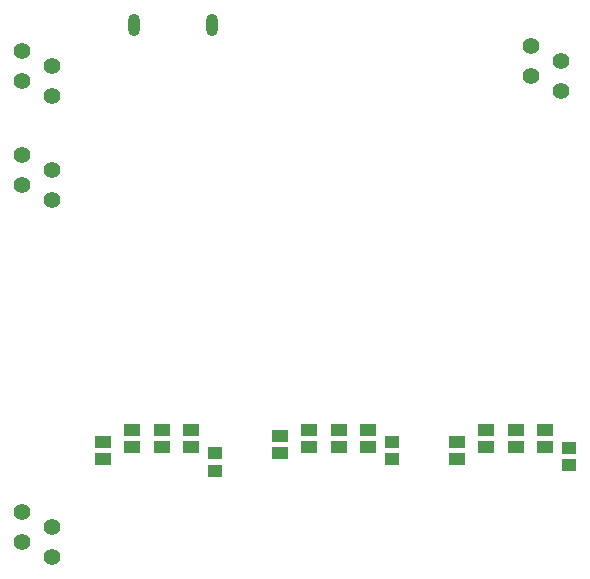
<source format=gbr>
%TF.GenerationSoftware,Altium Limited,Altium Designer,22.11.1 (43)*%
G04 Layer_Color=16711935*
%FSLAX45Y45*%
%MOMM*%
%TF.SameCoordinates,CBCE8219-7A10-402B-9DFD-5551BF8408A2*%
%TF.FilePolarity,Negative*%
%TF.FileFunction,Soldermask,Bot*%
%TF.Part,Single*%
G01*
G75*
%TA.AperFunction,SMDPad,CuDef*%
%ADD50R,1.35620X1.05464*%
%ADD60R,1.15000X1.05000*%
%TA.AperFunction,ComponentPad*%
%ADD75C,0.10000*%
%ADD76C,1.40000*%
%ADD77O,1.00000X1.90000*%
D50*
X3900000Y1177422D02*
D03*
Y1322578D02*
D03*
X4150000Y1277422D02*
D03*
Y1422578D02*
D03*
X4400000Y1277422D02*
D03*
Y1422578D02*
D03*
X4650000Y1277422D02*
D03*
Y1422578D02*
D03*
X1650000Y1277422D02*
D03*
Y1422578D02*
D03*
X1400000Y1277422D02*
D03*
Y1422578D02*
D03*
X1150000Y1277422D02*
D03*
Y1422578D02*
D03*
X900000Y1177422D02*
D03*
Y1322578D02*
D03*
X2400000Y1227422D02*
D03*
Y1372578D02*
D03*
X2900000Y1277422D02*
D03*
Y1422578D02*
D03*
X2650000Y1277422D02*
D03*
Y1422578D02*
D03*
X3150000Y1277422D02*
D03*
Y1422578D02*
D03*
D60*
X4850000Y1127500D02*
D03*
Y1272500D02*
D03*
X1850000Y1077500D02*
D03*
Y1222500D02*
D03*
X3350000Y1177500D02*
D03*
Y1322500D02*
D03*
D75*
X401000Y867000D02*
D03*
D76*
X475000Y346000D02*
D03*
X221000Y473000D02*
D03*
X475000Y600000D02*
D03*
X221000Y727000D02*
D03*
X4525000Y4675000D02*
D03*
X4779000Y4548000D02*
D03*
X4525000Y4421000D02*
D03*
X4779000Y4294000D02*
D03*
X475000Y3371000D02*
D03*
X221000Y3498000D02*
D03*
X475000Y3625000D02*
D03*
X221000Y3752000D02*
D03*
X475000Y4250000D02*
D03*
X221000Y4377000D02*
D03*
X475000Y4504000D02*
D03*
X221000Y4631000D02*
D03*
D77*
X1170000Y4850000D02*
D03*
X1830000D02*
D03*
%TF.MD5,9045acc17c550a3505966042f0373cb1*%
M02*

</source>
